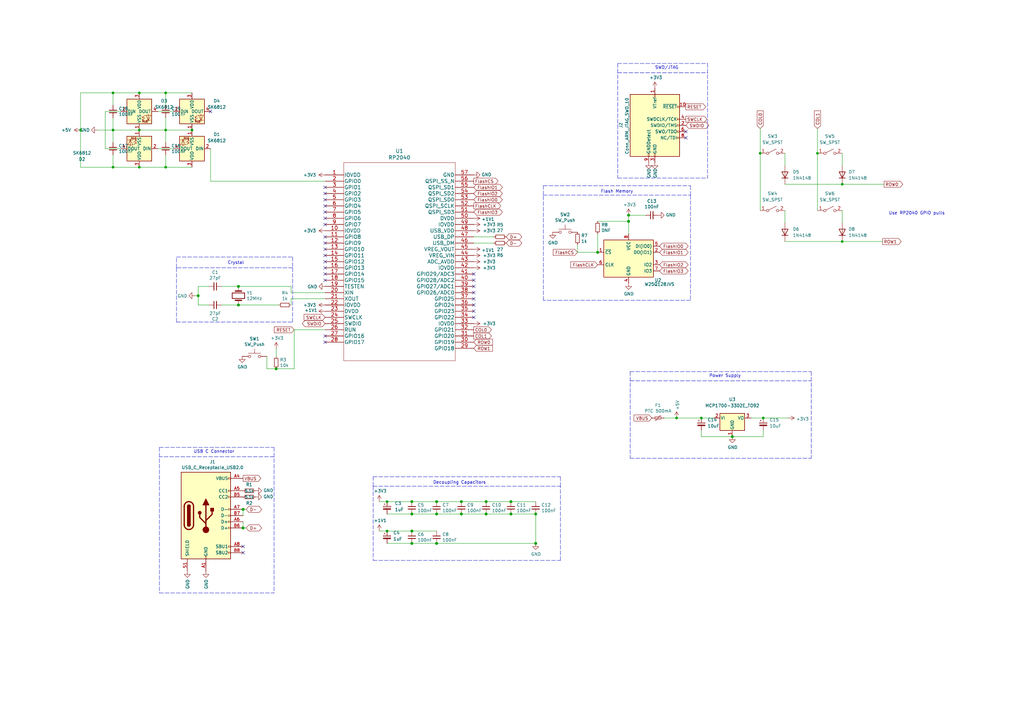
<source format=kicad_sch>
(kicad_sch (version 20211123) (generator eeschema)
  (paper "A3")
  (lib_symbols
    (symbol "Connector:Conn_ARM_JTAG_SWD_10" (pin_names (offset 1.016))
      (property "Reference" "J" (at -2.54 16.51 0))
      (property "Value" "Conn_ARM_JTAG_SWD_10" (at -2.54 13.97 0))
      (symbol "Conn_ARM_JTAG_SWD_10_1_1"
        (pin power_in line (at 0 15.24 270) (length 2.54) (name "VTref") (number "1"))
        (pin open_collector line (at 12.7 7.62 180) (length 2.54) (name "~{RESET}") (number "10"))
        (pin bidirectional line (at 12.7 0 180) (length 2.54) (name "SWDIO/TMS") (number "2"))
        (pin power_in line (at 0 -15.24 90) (length 2.54) (name "GND") (number "3"))
        (pin output line (at 12.7 2.54 180) (length 2.54) (name "SWDCLK/TCK") (number "4"))
        (pin passive line (at 0 -15.24 90) (length 2.54) hide (name "GND") (number "5"))
        (pin input line (at 12.7 -2.54 180) (length 2.54) (name "SWO/TDO") (number "6"))
        (pin no_connect line (at -10.16 0 0) (length 2.54) hide (name "KEY") (number "7"))
        (pin output line (at 12.7 -5.08 180) (length 2.54) (name "NC/TDI") (number "8"))
        (pin passive line (at -2.54 -15.24 90) (length 2.54) (name "GNDDetect") (number "9"))
      )
    )
    (symbol "Device:C_Polarized_Small" (pin_numbers hide) (pin_names (offset 0.254) hide)
      (property "Reference" "C" (at 0.254 1.778 0))
      (property "Value" "C_Polarized_Small" (at 0.254 -2.032 0))
      (symbol "C_Polarized_Small_1_1"
        (pin passive line (at 0 2.54 270) (length 1.8542) (name "~") (number "1"))
        (pin passive line (at 0 -2.54 90) (length 1.8542) (name "~") (number "2"))
      )
    )
    (symbol "Device:C_Small" (pin_numbers hide) (pin_names (offset 0.254) hide)
      (property "Reference" "C" (at 0.254 1.778 0))
      (property "Value" "C_Small" (at 0.254 -2.032 0))
      (symbol "C_Small_1_1"
        (pin passive line (at 0 2.54 270) (length 2.032) (name "~") (number "1"))
        (pin passive line (at 0 -2.54 90) (length 2.032) (name "~") (number "2"))
      )
    )
    (symbol "Device:Crystal" (pin_numbers hide) (pin_names (offset 1.016) hide)
      (property "Reference" "Y" (at 0 3.81 0))
      (property "Value" "Crystal" (at 0 -3.81 0))
      (symbol "Crystal_1_1"
        (pin passive line (at -3.81 0 0) (length 1.27) (name "1") (number "1"))
        (pin passive line (at 3.81 0 180) (length 1.27) (name "2") (number "2"))
      )
    )
    (symbol "Device:D" (pin_numbers hide) (pin_names (offset 1.016) hide)
      (property "Reference" "D" (at 0 2.54 0))
      (property "Value" "D" (at 0 -2.54 0))
      (symbol "D_1_1"
        (pin passive line (at -3.81 0 0) (length 2.54) (name "K") (number "1"))
        (pin passive line (at 3.81 0 180) (length 2.54) (name "A") (number "2"))
      )
    )
    (symbol "Device:Polyfuse_Small" (pin_numbers hide) (pin_names (offset 0))
      (property "Reference" "F" (at -1.905 0 90))
      (property "Value" "Polyfuse_Small" (at 1.905 0 90))
      (symbol "Polyfuse_Small_1_1"
        (pin passive line (at 0 2.54 270) (length 0.635) (name "~") (number "1"))
        (pin passive line (at 0 -2.54 90) (length 0.635) (name "~") (number "2"))
      )
    )
    (symbol "Device:R_Small" (pin_numbers hide) (pin_names (offset 0.254) hide)
      (property "Reference" "R" (at 0.762 0.508 0))
      (property "Value" "R_Small" (at 0.762 -1.016 0))
      (symbol "R_Small_1_1"
        (pin passive line (at 0 2.54 270) (length 0.762) (name "~") (number "1"))
        (pin passive line (at 0 -2.54 90) (length 0.762) (name "~") (number "2"))
      )
    )
    (symbol "LED:SK6812" (pin_names (offset 0.254))
      (property "Reference" "D" (at 5.08 5.715 0))
      (property "Value" "SK6812" (at 1.27 -5.715 0))
      (symbol "SK6812_0_0"
        (text "RGB" (at 2.286 -4.191 0) (effects (font (size 0.762 0.762))))
      )
      (symbol "SK6812_1_1"
        (pin power_in line (at 0 -7.62 90) (length 2.54) (name "VSS") (number "1"))
        (pin input line (at -7.62 0 0) (length 2.54) (name "DIN") (number "2"))
        (pin power_in line (at 0 7.62 270) (length 2.54) (name "VDD") (number "3"))
        (pin output line (at 7.62 0 180) (length 2.54) (name "DOUT") (number "4"))
      )
    )
    (symbol "Memory_Flash:W25Q128JVS"
      (property "Reference" "U" (at -8.89 8.89 0))
      (property "Value" "W25Q128JVS" (at 7.62 8.89 0))
      (symbol "W25Q128JVS_1_1"
        (pin input line (at -12.7 2.54 0) (length 2.54) (name "~{CS}") (number "1"))
        (pin bidirectional line (at 12.7 2.54 180) (length 2.54) (name "DO(IO1)") (number "2"))
        (pin bidirectional line (at 12.7 -2.54 180) (length 2.54) (name "IO2") (number "3"))
        (pin power_in line (at 0 -10.16 90) (length 2.54) (name "GND") (number "4"))
        (pin bidirectional line (at 12.7 5.08 180) (length 2.54) (name "DI(IO0)") (number "5"))
        (pin input line (at -12.7 -2.54 0) (length 2.54) (name "CLK") (number "6"))
        (pin bidirectional line (at 12.7 -5.08 180) (length 2.54) (name "IO3") (number "7"))
        (pin power_in line (at 0 10.16 270) (length 2.54) (name "VCC") (number "8"))
      )
    )
    (symbol "RP2040:RP2040" (pin_names (offset 0.254))
      (property "Reference" "U" (at 30.48 10.16 0))
      (property "Value" "RP2040" (at 30.48 7.62 0))
      (symbol "RP2040_1_1"
        (pin power_in line (at 0 0 0) (length 7.62) (name "IOVDD") (number "1"))
        (pin power_in line (at 0 -22.86 0) (length 7.62) (name "IOVDD") (number "10"))
        (pin bidirectional line (at 0 -25.4 0) (length 7.62) (name "GPIO8") (number "11"))
        (pin bidirectional line (at 0 -27.94 0) (length 7.62) (name "GPIO9") (number "12"))
        (pin bidirectional line (at 0 -30.48 0) (length 7.62) (name "GPIO10") (number "13"))
        (pin bidirectional line (at 0 -33.02 0) (length 7.62) (name "GPIO11") (number "14"))
        (pin bidirectional line (at 0 -35.56 0) (length 7.62) (name "GPIO12") (number "15"))
        (pin bidirectional line (at 0 -38.1 0) (length 7.62) (name "GPIO13") (number "16"))
        (pin bidirectional line (at 0 -40.64 0) (length 7.62) (name "GPIO14") (number "17"))
        (pin bidirectional line (at 0 -43.18 0) (length 7.62) (name "GPIO15") (number "18"))
        (pin unspecified line (at 0 -45.72 0) (length 7.62) (name "TESTEN") (number "19"))
        (pin bidirectional line (at 0 -2.54 0) (length 7.62) (name "GPIO0") (number "2"))
        (pin unspecified line (at 0 -48.26 0) (length 7.62) (name "XIN") (number "20"))
        (pin output line (at 0 -50.8 0) (length 7.62) (name "XOUT") (number "21"))
        (pin power_in line (at 0 -53.34 0) (length 7.62) (name "IOVDD") (number "22"))
        (pin power_in line (at 0 -55.88 0) (length 7.62) (name "DVDD") (number "23"))
        (pin unspecified line (at 0 -58.42 0) (length 7.62) (name "SWCLK") (number "24"))
        (pin unspecified line (at 0 -60.96 0) (length 7.62) (name "SWDIO") (number "25"))
        (pin unspecified line (at 0 -63.5 0) (length 7.62) (name "RUN") (number "26"))
        (pin bidirectional line (at 0 -66.04 0) (length 7.62) (name "GPIO16") (number "27"))
        (pin bidirectional line (at 0 -68.58 0) (length 7.62) (name "GPIO17") (number "28"))
        (pin bidirectional line (at 60.96 -71.12 180) (length 7.62) (name "GPIO18") (number "29"))
        (pin bidirectional line (at 0 -5.08 0) (length 7.62) (name "GPIO1") (number "3"))
        (pin bidirectional line (at 60.96 -68.58 180) (length 7.62) (name "GPIO19") (number "30"))
        (pin bidirectional line (at 60.96 -66.04 180) (length 7.62) (name "GPIO20") (number "31"))
        (pin bidirectional line (at 60.96 -63.5 180) (length 7.62) (name "GPIO21") (number "32"))
        (pin power_in line (at 60.96 -60.96 180) (length 7.62) (name "IOVDD") (number "33"))
        (pin bidirectional line (at 60.96 -58.42 180) (length 7.62) (name "GPIO22") (number "34"))
        (pin bidirectional line (at 60.96 -55.88 180) (length 7.62) (name "GPIO23") (number "35"))
        (pin bidirectional line (at 60.96 -53.34 180) (length 7.62) (name "GPIO24") (number "36"))
        (pin bidirectional line (at 60.96 -50.8 180) (length 7.62) (name "GPIO25") (number "37"))
        (pin bidirectional line (at 60.96 -48.26 180) (length 7.62) (name "GPIO26/ADC0") (number "38"))
        (pin bidirectional line (at 60.96 -45.72 180) (length 7.62) (name "GPIO27/ADC1") (number "39"))
        (pin bidirectional line (at 0 -7.62 0) (length 7.62) (name "GPIO2") (number "4"))
        (pin bidirectional line (at 60.96 -43.18 180) (length 7.62) (name "GPIO28/ADC2") (number "40"))
        (pin bidirectional line (at 60.96 -40.64 180) (length 7.62) (name "GPIO29/ADC3") (number "41"))
        (pin power_in line (at 60.96 -38.1 180) (length 7.62) (name "IOVDD") (number "42"))
        (pin power_in line (at 60.96 -35.56 180) (length 7.62) (name "ADC_AVDD") (number "43"))
        (pin unspecified line (at 60.96 -33.02 180) (length 7.62) (name "VREG_VIN") (number "44"))
        (pin output line (at 60.96 -30.48 180) (length 7.62) (name "VREG_VOUT") (number "45"))
        (pin unspecified line (at 60.96 -27.94 180) (length 7.62) (name "USB_DM") (number "46"))
        (pin unspecified line (at 60.96 -25.4 180) (length 7.62) (name "USB_DP") (number "47"))
        (pin power_in line (at 60.96 -22.86 180) (length 7.62) (name "USB_VDD") (number "48"))
        (pin power_in line (at 60.96 -20.32 180) (length 7.62) (name "IOVDD") (number "49"))
        (pin bidirectional line (at 0 -10.16 0) (length 7.62) (name "GPIO3") (number "5"))
        (pin power_in line (at 60.96 -17.78 180) (length 7.62) (name "DVDD") (number "50"))
        (pin bidirectional line (at 60.96 -15.24 180) (length 7.62) (name "QSPI_SD3") (number "51"))
        (pin unspecified line (at 60.96 -12.7 180) (length 7.62) (name "QSPI_SCLK") (number "52"))
        (pin bidirectional line (at 60.96 -10.16 180) (length 7.62) (name "QSPI_SD0") (number "53"))
        (pin bidirectional line (at 60.96 -7.62 180) (length 7.62) (name "QSPI_SD2") (number "54"))
        (pin bidirectional line (at 60.96 -5.08 180) (length 7.62) (name "QSPI_SD1") (number "55"))
        (pin unspecified line (at 60.96 -2.54 180) (length 7.62) (name "QSPI_SS_N") (number "56"))
        (pin power_in line (at 60.96 0 180) (length 7.62) (name "GND") (number "57"))
        (pin bidirectional line (at 0 -12.7 0) (length 7.62) (name "GPIO4") (number "6"))
        (pin bidirectional line (at 0 -15.24 0) (length 7.62) (name "GPIO5") (number "7"))
        (pin bidirectional line (at 0 -17.78 0) (length 7.62) (name "GPIO6") (number "8"))
        (pin bidirectional line (at 0 -20.32 0) (length 7.62) (name "GPIO7") (number "9"))
      )
    )
    (symbol "Regulator_Linear:MCP1700-3302E_TO92" (pin_names (offset 0.254))
      (property "Reference" "U" (at -3.81 -3.175 0))
      (property "Value" "MCP1700-3302E_TO92" (at 0 -3.175 0))
      (symbol "MCP1700-3302E_TO92_1_1"
        (pin power_in line (at 0 7.62 270) (length 2.54) (name "GND") (number "1"))
        (pin power_in line (at -7.62 0 0) (length 2.54) (name "VI") (number "2"))
        (pin power_out line (at 7.62 0 180) (length 2.54) (name "VO") (number "3"))
      )
    )
    (symbol "Switch:SW_Push" (pin_numbers hide) (pin_names (offset 1.016) hide)
      (property "Reference" "SW" (at 1.27 2.54 0))
      (property "Value" "SW_Push" (at 0 -1.524 0))
      (symbol "SW_Push_0_1"
        (pin passive line (at -5.08 0 0) (length 2.54) (name "1") (number "1"))
        (pin passive line (at 5.08 0 180) (length 2.54) (name "2") (number "2"))
      )
    )
    (symbol "Switch:SW_SPST" (pin_names (offset 0) hide)
      (property "Reference" "SW" (at 0 3.175 0))
      (property "Value" "SW_SPST" (at 0 -2.54 0))
      (symbol "SW_SPST_1_1"
        (pin passive line (at -5.08 0 0) (length 2.54) (name "A") (number "1"))
        (pin passive line (at 5.08 0 180) (length 2.54) (name "B") (number "2"))
      )
    )
    (symbol "Uranium-rescue:USB_C_Receptacle_USB2.0-Connector" (pin_names (offset 1.016))
      (property "Reference" "J" (at -10.16 19.05 0))
      (property "Value" "USB_C_Receptacle_USB2.0-Connector" (at 19.05 19.05 0))
      (symbol "USB_C_Receptacle_USB2.0-Connector_1_1"
        (pin power_in line (at 0 -22.86 90) (length 5.08) (name "GND") (number "A1"))
        (pin passive line (at 0 -22.86 90) (length 5.08) hide (name "GND") (number "A12"))
        (pin power_in line (at 15.24 15.24 180) (length 5.08) (name "VBUS") (number "A4"))
        (pin bidirectional line (at 15.24 10.16 180) (length 5.08) (name "CC1") (number "A5"))
        (pin bidirectional line (at 15.24 -2.54 180) (length 5.08) (name "D+") (number "A6"))
        (pin bidirectional line (at 15.24 2.54 180) (length 5.08) (name "D-") (number "A7"))
        (pin bidirectional line (at 15.24 -12.7 180) (length 5.08) (name "SBU1") (number "A8"))
        (pin passive line (at 15.24 15.24 180) (length 5.08) hide (name "VBUS") (number "A9"))
        (pin passive line (at 0 -22.86 90) (length 5.08) hide (name "GND") (number "B1"))
        (pin passive line (at 0 -22.86 90) (length 5.08) hide (name "GND") (number "B12"))
        (pin passive line (at 15.24 15.24 180) (length 5.08) hide (name "VBUS") (number "B4"))
        (pin bidirectional line (at 15.24 7.62 180) (length 5.08) (name "CC2") (number "B5"))
        (pin bidirectional line (at 15.24 -5.08 180) (length 5.08) (name "D+") (number "B6"))
        (pin bidirectional line (at 15.24 0 180) (length 5.08) (name "D-") (number "B7"))
        (pin bidirectional line (at 15.24 -15.24 180) (length 5.08) (name "SBU2") (number "B8"))
        (pin passive line (at 15.24 15.24 180) (length 5.08) hide (name "VBUS") (number "B9"))
        (pin passive line (at -7.62 -22.86 90) (length 5.08) (name "SHIELD") (number "S1"))
      )
    )
    (symbol "power:+1V1" (power) (pin_names (offset 0))
      (property "Value" "+1V1" (at 0 3.556 0))
      (symbol "+1V1_1_1"
        (pin power_in line (at 0 0 90) (length 0) hide (name "+1V1") (number "1"))
      )
    )
    (symbol "power:+3.3V" (power) (pin_names (offset 0))
      (property "Value" "+3.3V" (at 0 3.556 0))
      (symbol "+3.3V_1_1"
        (pin power_in line (at 0 0 90) (length 0) hide (name "+3V3") (number "1"))
      )
    )
    (symbol "power:+5V" (power) (pin_names (offset 0))
      (property "Value" "+5V" (at 0 3.556 0))
      (symbol "+5V_1_1"
        (pin power_in line (at 0 0 90) (length 0) hide (name "+5V") (number "1"))
      )
    )
    (symbol "power:GND" (power) (pin_names (offset 0))
      (property "Value" "GND" (at 0 -3.81 0))
      (symbol "GND_1_1"
        (pin power_in line (at 0 0 270) (length 0) hide (name "GND") (number "1"))
      )
    )
  )
  (junction (at 67.945 38.1))
  (junction (at 113.284 151.257) (diameter 1.016))
  (junction (at 57.15 53.34))
  (junction (at 97.79 125.095) (diameter 1.016))
  (junction (at 67.945 68.58))
  (junction (at 46.355 53.34))
  (junction (at 67.945 53.34))
  (junction (at 345.44 75.565))
  (junction (at 99.695 216.535) (diameter 1.016))
  (junction (at 168.91 205.74) (diameter 1.016))
  (junction (at 199.39 210.82) (diameter 1.016))
  (junction (at 168.91 222.885) (diameter 1.016))
  (junction (at 311.785 62.865))
  (junction (at 57.15 38.1))
  (junction (at 57.15 68.58))
  (junction (at 219.71 210.82) (diameter 1.016))
  (junction (at 179.07 205.74) (diameter 1.016))
  (junction (at 209.55 210.82) (diameter 1.016))
  (junction (at 168.91 210.82) (diameter 1.016))
  (junction (at 257.81 88.265) (diameter 1.016))
  (junction (at 46.355 38.1))
  (junction (at 168.91 217.805) (diameter 1.016))
  (junction (at 158.75 205.74))
  (junction (at 99.695 208.915) (diameter 1.016))
  (junction (at 335.28 62.865))
  (junction (at 158.75 217.805))
  (junction (at 189.23 210.82) (diameter 1.016))
  (junction (at 179.07 210.82) (diameter 1.016))
  (junction (at 300.355 179.07) (diameter 1.016))
  (junction (at 179.07 222.885) (diameter 1.016))
  (junction (at 345.44 99.06))
  (junction (at 189.23 205.74) (diameter 1.016))
  (junction (at 313.055 171.45))
  (junction (at 245.11 103.505) (diameter 1.016))
  (junction (at 209.55 205.74) (diameter 1.016))
  (junction (at 277.495 171.45))
  (junction (at 46.355 68.58))
  (junction (at 257.81 90.805) (diameter 1.016))
  (junction (at 78.74 53.34))
  (junction (at 219.71 222.885) (diameter 1.016))
  (junction (at 287.655 171.45))
  (junction (at 33.02 53.34))
  (junction (at 199.39 205.74) (diameter 1.016))
  (junction (at 97.79 117.475) (diameter 1.016))
  (junction (at 81.28 121.285) (diameter 1.016))
  (no_connect (at 133.35 99.695))
  (no_connect (at 281.305 53.975))
  (no_connect (at 194.31 120.015))
  (no_connect (at 194.31 122.555))
  (no_connect (at 133.35 76.835))
  (no_connect (at 133.35 81.915))
  (no_connect (at 194.31 117.475))
  (no_connect (at 194.31 114.935))
  (no_connect (at 281.305 56.515))
  (no_connect (at 99.695 224.155))
  (no_connect (at 86.36 45.72))
  (no_connect (at 133.35 107.315))
  (no_connect (at 133.35 102.235))
  (no_connect (at 133.35 97.155))
  (no_connect (at 133.35 92.075))
  (no_connect (at 133.35 84.455))
  (no_connect (at 133.35 86.995))
  (no_connect (at 133.35 89.535))
  (no_connect (at 133.35 109.855))
  (no_connect (at 99.695 226.695))
  (no_connect (at 133.35 104.775))
  (no_connect (at 133.35 114.935))
  (no_connect (at 194.31 112.395))
  (no_connect (at 133.35 140.335))
  (no_connect (at 194.31 130.175))
  (no_connect (at 194.31 127.635))
  (no_connect (at 194.31 125.095))
  (no_connect (at 133.35 137.795))
  (no_connect (at 133.35 79.375))
  (no_connect (at 133.35 112.395))
  (wire (pts (xy 133.35 122.555) (xy 119.38 122.555)))
  (wire (pts (xy 33.02 68.58) (xy 33.02 53.34)))
  (polyline (pts (xy 332.74 152.4) (xy 332.74 187.96)) (stroke (width 0) (type dash)))
  (polyline (pts (xy 65.405 243.205) (xy 112.395 243.205)) (stroke (width 0) (type dash)))
  (wire (pts (xy 321.945 75.565) (xy 345.44 75.565)))
  (wire (pts (xy 43.18 45.72) (xy 49.53 45.72)))
  (wire (pts (xy 307.975 171.45) (xy 313.055 171.45)))
  (wire (pts (xy 90.805 117.475) (xy 97.79 117.475)))
  (wire (pts (xy 99.695 208.915) (xy 99.695 211.455)))
  (wire (pts (xy 287.655 171.45) (xy 292.735 171.45)))
  (wire (pts (xy 158.75 217.805) (xy 168.91 217.805)))
  (wire (pts (xy 219.71 210.82) (xy 219.71 222.885)))
  (wire (pts (xy 57.15 38.1) (xy 67.945 38.1)))
  (wire (pts (xy 57.15 53.34) (xy 67.945 53.34)))
  (wire (pts (xy 40.005 53.34) (xy 46.355 53.34)))
  (wire (pts (xy 179.07 210.82) (xy 189.23 210.82)))
  (wire (pts (xy 99.695 216.535) (xy 100.965 216.535)))
  (polyline (pts (xy 153.035 229.87) (xy 229.87 229.87)) (stroke (width 0) (type dash)))
  (wire (pts (xy 46.355 38.1) (xy 46.355 43.18)))
  (wire (pts (xy 46.355 68.58) (xy 57.15 68.58)))
  (wire (pts (xy 33.02 53.34) (xy 33.02 38.1)))
  (wire (pts (xy 277.495 171.45) (xy 287.655 171.45)))
  (wire (pts (xy 189.23 205.74) (xy 199.39 205.74)))
  (wire (pts (xy 287.655 176.53) (xy 287.655 179.07)))
  (wire (pts (xy 86.36 60.96) (xy 86.36 74.295)))
  (wire (pts (xy 113.284 143.002) (xy 113.284 146.177)))
  (polyline (pts (xy 258.445 187.96) (xy 332.74 187.96)) (stroke (width 0) (type dash)))
  (polyline (pts (xy 72.39 105.41) (xy 120.015 105.41)) (stroke (width 0) (type dash)))
  (polyline (pts (xy 72.39 132.08) (xy 120.015 132.08)) (stroke (width 0) (type dash)))
  (wire (pts (xy 194.31 99.695) (xy 202.565 99.695)))
  (wire (pts (xy 80.01 121.285) (xy 81.28 121.285)))
  (polyline (pts (xy 283.21 76.2) (xy 283.21 80.01)) (stroke (width 0) (type dash)))
  (wire (pts (xy 97.79 117.475) (xy 119.38 117.475)))
  (wire (pts (xy 64.77 45.72) (xy 71.12 45.72)))
  (polyline (pts (xy 72.39 109.855) (xy 72.39 105.41)) (stroke (width 0) (type dash)))
  (polyline (pts (xy 290.195 26.035) (xy 290.195 73.025)) (stroke (width 0) (type dash)))
  (wire (pts (xy 133.35 135.255) (xy 120.65 135.255)))
  (wire (pts (xy 64.77 60.96) (xy 71.12 60.96)))
  (wire (pts (xy 120.65 135.255) (xy 120.65 151.257)))
  (wire (pts (xy 313.055 171.45) (xy 323.215 171.45)))
  (wire (pts (xy 78.74 53.34) (xy 67.945 53.34)))
  (polyline (pts (xy 283.21 123.19) (xy 222.885 123.19)) (stroke (width 0) (type dash)))
  (polyline (pts (xy 153.035 199.39) (xy 153.035 229.87)) (stroke (width 0) (type dash)))
  (wire (pts (xy 158.75 205.74) (xy 168.91 205.74)))
  (wire (pts (xy 90.805 125.095) (xy 97.79 125.095)))
  (wire (pts (xy 43.18 60.96) (xy 49.53 60.96)))
  (wire (pts (xy 109.474 146.177) (xy 109.474 151.257)))
  (wire (pts (xy 99.695 213.995) (xy 99.695 216.535)))
  (wire (pts (xy 119.38 122.555) (xy 119.38 125.095)))
  (wire (pts (xy 109.474 151.257) (xy 113.284 151.257)))
  (wire (pts (xy 257.81 90.805) (xy 257.81 95.885)))
  (wire (pts (xy 209.55 205.74) (xy 219.71 205.74)))
  (polyline (pts (xy 258.445 156.21) (xy 332.74 156.21)) (stroke (width 0) (type dash)))
  (wire (pts (xy 168.91 210.82) (xy 179.07 210.82)))
  (wire (pts (xy 345.44 99.06) (xy 361.95 99.06)))
  (wire (pts (xy 199.39 205.74) (xy 209.55 205.74)))
  (polyline (pts (xy 120.015 109.855) (xy 72.39 109.855)) (stroke (width 0) (type dash)))
  (wire (pts (xy 33.02 38.1) (xy 46.355 38.1)))
  (wire (pts (xy 189.23 210.82) (xy 199.39 210.82)))
  (polyline (pts (xy 120.015 132.08) (xy 120.015 109.855)) (stroke (width 0) (type dash)))
  (wire (pts (xy 209.55 210.82) (xy 219.71 210.82)))
  (wire (pts (xy 120.65 151.257) (xy 113.284 151.257)))
  (wire (pts (xy 67.945 48.26) (xy 67.945 53.34)))
  (wire (pts (xy 119.38 120.015) (xy 119.38 117.475)))
  (polyline (pts (xy 253.365 29.845) (xy 290.195 29.845)) (stroke (width 0) (type dash)))
  (wire (pts (xy 46.355 48.26) (xy 46.355 53.34)))
  (wire (pts (xy 168.91 205.74) (xy 179.07 205.74)))
  (wire (pts (xy 81.28 121.285) (xy 81.28 125.095)))
  (polyline (pts (xy 229.87 229.87) (xy 229.87 199.39)) (stroke (width 0) (type dash)))
  (wire (pts (xy 168.91 222.885) (xy 158.75 222.885)))
  (polyline (pts (xy 112.395 183.515) (xy 112.395 243.205)) (stroke (width 0) (type dash)))
  (polyline (pts (xy 229.87 195.58) (xy 229.87 199.39)) (stroke (width 0) (type dash)))
  (polyline (pts (xy 112.395 187.325) (xy 65.405 187.325)) (stroke (width 0) (type dash)))
  (wire (pts (xy 245.11 90.805) (xy 257.81 90.805)))
  (wire (pts (xy 345.44 75.565) (xy 362.585 75.565)))
  (wire (pts (xy 97.79 125.095) (xy 114.3 125.095)))
  (wire (pts (xy 236.855 100.33) (xy 236.855 103.505)))
  (wire (pts (xy 287.655 179.07) (xy 300.355 179.07)))
  (wire (pts (xy 46.355 38.1) (xy 57.15 38.1)))
  (wire (pts (xy 57.15 68.58) (xy 67.945 68.58)))
  (wire (pts (xy 67.945 63.5) (xy 67.945 68.58)))
  (wire (pts (xy 155.575 217.805) (xy 158.75 217.805)))
  (polyline (pts (xy 283.21 80.01) (xy 283.21 123.19)) (stroke (width 0) (type dash)))
  (wire (pts (xy 257.81 88.265) (xy 257.81 90.805)))
  (wire (pts (xy 33.02 68.58) (xy 46.355 68.58)))
  (wire (pts (xy 257.81 88.265) (xy 264.795 88.265)))
  (polyline (pts (xy 258.445 152.4) (xy 258.445 187.96)) (stroke (width 0) (type dash)))
  (wire (pts (xy 321.945 99.06) (xy 345.44 99.06)))
  (wire (pts (xy 67.945 68.58) (xy 78.74 68.58)))
  (wire (pts (xy 272.415 171.45) (xy 277.495 171.45)))
  (wire (pts (xy 313.055 179.07) (xy 313.055 176.53)))
  (wire (pts (xy 168.91 217.805) (xy 179.07 217.805)))
  (wire (pts (xy 86.36 74.295) (xy 133.35 74.295)))
  (wire (pts (xy 85.725 117.475) (xy 81.28 117.475)))
  (wire (pts (xy 311.785 52.705) (xy 311.785 62.865)))
  (polyline (pts (xy 253.365 26.035) (xy 290.195 26.035)) (stroke (width 0) (type dash)))
  (polyline (pts (xy 253.365 73.025) (xy 290.195 73.025)) (stroke (width 0) (type dash)))
  (wire (pts (xy 199.39 210.82) (xy 209.55 210.82)))
  (wire (pts (xy 321.945 86.36) (xy 321.945 91.44)))
  (wire (pts (xy 67.945 53.34) (xy 67.945 58.42)))
  (wire (pts (xy 67.945 38.1) (xy 78.74 38.1)))
  (wire (pts (xy 155.575 205.74) (xy 158.75 205.74)))
  (wire (pts (xy 335.28 62.865) (xy 335.28 86.36)))
  (polyline (pts (xy 153.035 199.39) (xy 153.035 195.58)) (stroke (width 0) (type dash)))
  (wire (pts (xy 219.71 222.885) (xy 179.07 222.885)))
  (wire (pts (xy 345.44 86.36) (xy 345.44 91.44)))
  (wire (pts (xy 133.35 120.015) (xy 119.38 120.015)))
  (polyline (pts (xy 153.035 195.58) (xy 229.87 195.58)) (stroke (width 0) (type dash)))
  (polyline (pts (xy 222.885 80.01) (xy 283.21 80.01)) (stroke (width 0) (type dash)))
  (polyline (pts (xy 72.39 109.855) (xy 72.39 132.08)) (stroke (width 0) (type dash)))
  (wire (pts (xy 46.355 63.5) (xy 46.355 68.58)))
  (wire (pts (xy 100.965 208.915) (xy 99.695 208.915)))
  (polyline (pts (xy 222.885 80.01) (xy 222.885 76.2)) (stroke (width 0) (type dash)))
  (wire (pts (xy 245.11 95.885) (xy 245.11 103.505)))
  (wire (pts (xy 311.785 62.865) (xy 311.785 86.36)))
  (wire (pts (xy 300.355 179.07) (xy 313.055 179.07)))
  (wire (pts (xy 345.44 62.865) (xy 345.44 67.945)))
  (polyline (pts (xy 258.445 152.4) (xy 332.74 152.4)) (stroke (width 0) (type dash)))
  (wire (pts (xy 321.945 62.865) (xy 321.945 67.945)))
  (polyline (pts (xy 120.015 105.41) (xy 120.015 109.855)) (stroke (width 0) (type dash)))
  (wire (pts (xy 81.28 117.475) (xy 81.28 121.285)))
  (wire (pts (xy 335.28 52.705) (xy 335.28 62.865)))
  (polyline (pts (xy 65.405 183.515) (xy 112.395 183.515)) (stroke (width 0) (type dash)))
  (wire (pts (xy 43.18 45.72) (xy 43.18 60.96)))
  (wire (pts (xy 46.355 53.34) (xy 46.355 58.42)))
  (polyline (pts (xy 253.365 26.035) (xy 253.365 73.025)) (stroke (width 0) (type dash)))
  (polyline (pts (xy 153.035 199.39) (xy 229.87 199.39)) (stroke (width 0) (type dash)))
  (wire (pts (xy 179.07 222.885) (xy 168.91 222.885)))
  (polyline (pts (xy 222.885 123.19) (xy 222.885 80.01)) (stroke (width 0) (type dash)))
  (wire (pts (xy 194.31 97.155) (xy 202.565 97.155)))
  (wire (pts (xy 158.75 210.82) (xy 168.91 210.82)))
  (wire (pts (xy 81.28 125.095) (xy 85.725 125.095)))
  (polyline (pts (xy 222.885 76.2) (xy 283.21 76.2)) (stroke (width 0) (type dash)))
  (polyline (pts (xy 65.405 183.515) (xy 65.405 243.205)) (stroke (width 0) (type dash)))
  (wire (pts (xy 179.07 205.74) (xy 189.23 205.74)))
  (wire (pts (xy 67.945 38.1) (xy 67.945 43.18)))
  (wire (pts (xy 236.855 103.505) (xy 245.11 103.505)))
  (wire (pts (xy 46.355 53.34) (xy 57.15 53.34)))
  (text "Crystal" (at 93.345 108.585 0) (effects (font (size 1.27 1.27)) (justify left bottom)))
  (text "SWD/JTAG\n" (at 268.605 28.575 0) (effects (font (size 1.27 1.27)) (justify left bottom)))
  (text "USB C Connector" (at 79.375 186.055 0) (effects (font (size 1.27 1.27)) (justify left bottom)))
  (text "Use RP2040 GPIO pulls\n" (at 364.49 88.265 0) (effects (font (size 1.27 1.27)) (justify left bottom)))
  (text "Flash Memory\n" (at 259.715 79.375 180) (effects (font (size 1.27 1.27)) (justify right bottom)))
  (text "Decoupling Capacitors" (at 177.5968 198.7296 0) (effects (font (size 1.27 1.27)) (justify left bottom)))
  (text "Power Supply" (at 290.83 154.94 0) (effects (font (size 1.27 1.27)) (justify left bottom)))
  (global_label "FlashCS" (shape output) (at 194.31 74.295 0) (property "Intersheet References" "${INTERSHEET_REFS}" (effects hide)))
  (global_label "SWDIO" (shape bidirectional) (at 281.305 51.435 0) (property "Intersheet References" "${INTERSHEET_REFS}" (effects hide)))
  (global_label "D-" (shape bidirectional) (at 100.965 208.915 0) (property "Intersheet References" "${INTERSHEET_REFS}" (effects hide)))
  (global_label "RESET" (shape output) (at 281.305 43.815 0) (property "Intersheet References" "${INTERSHEET_REFS}" (effects hide)))
  (global_label "FlashCLK" (shape output) (at 194.31 84.455 0) (property "Intersheet References" "${INTERSHEET_REFS}" (effects hide)))
  (global_label "COL1" (shape output) (at 194.31 137.795 0) (property "Intersheet References" "${INTERSHEET_REFS}" (effects hide)))
  (global_label "ROW1" (shape input) (at 194.31 142.875 0) (property "Intersheet References" "${INTERSHEET_REFS}" (effects hide)))
  (global_label "COL0" (shape output) (at 194.31 135.255 0) (property "Intersheet References" "${INTERSHEET_REFS}" (effects hide)))
  (global_label "SWDIO" (shape bidirectional) (at 133.35 132.715 180) (property "Intersheet References" "${INTERSHEET_REFS}" (effects hide)))
  (global_label "VBUS" (shape input) (at 267.335 171.45 180) (property "Intersheet References" "${INTERSHEET_REFS}" (effects hide)))
  (global_label "D+" (shape bidirectional) (at 207.645 97.155 0) (property "Intersheet References" "${INTERSHEET_REFS}" (effects hide)))
  (global_label "FlashIO1" (shape bidirectional) (at 270.51 103.505 0) (property "Intersheet References" "${INTERSHEET_REFS}" (effects hide)))
  (global_label "FlashCLK" (shape input) (at 245.11 108.585 180) (property "Intersheet References" "${INTERSHEET_REFS}" (effects hide)))
  (global_label "VBUS" (shape output) (at 99.695 196.215 0) (property "Intersheet References" "${INTERSHEET_REFS}" (effects hide)))
  (global_label "FlashIO3" (shape bidirectional) (at 270.51 111.125 0) (property "Intersheet References" "${INTERSHEET_REFS}" (effects hide)))
  (global_label "FlashCS" (shape input) (at 236.855 103.505 180) (property "Intersheet References" "${INTERSHEET_REFS}" (effects hide)))
  (global_label "ROW0" (shape output) (at 362.585 75.565 0) (property "Intersheet References" "${INTERSHEET_REFS}" (effects hide)))
  (global_label "RESET" (shape input) (at 120.65 135.255 180) (property "Intersheet References" "${INTERSHEET_REFS}" (effects hide)))
  (global_label "FlashIO0" (shape bidirectional) (at 270.51 100.965 0) (property "Intersheet References" "${INTERSHEET_REFS}" (effects hide)))
  (global_label "FlashIO2" (shape bidirectional) (at 270.51 108.585 0) (property "Intersheet References" "${INTERSHEET_REFS}" (effects hide)))
  (global_label "D-" (shape bidirectional) (at 207.645 99.695 0) (property "Intersheet References" "${INTERSHEET_REFS}" (effects hide)))
  (global_label "FlashIO2" (shape bidirectional) (at 194.31 79.375 0) (property "Intersheet References" "${INTERSHEET_REFS}" (effects hide)))
  (global_label "FlashIO1" (shape bidirectional) (at 194.31 76.835 0) (property "Intersheet References" "${INTERSHEET_REFS}" (effects hide)))
  (global_label "ROW1" (shape output) (at 361.95 99.06 0) (property "Intersheet References" "${INTERSHEET_REFS}" (effects hide)))
  (global_label "COL1" (shape input) (at 335.28 52.705 90) (property "Intersheet References" "${INTERSHEET_REFS}" (effects hide)))
  (global_label "COL0" (shape input) (at 311.785 52.705 90) (property "Intersheet References" "${INTERSHEET_REFS}" (effects hide)))
  (global_label "ROW0" (shape input) (at 194.31 140.335 0) (property "Intersheet References" "${INTERSHEET_REFS}" (effects hide)))
  (global_label "SWCLK" (shape output) (at 281.305 48.895 0) (property "Intersheet References" "${INTERSHEET_REFS}" (effects hide)))
  (global_label "FlashIO0" (shape bidirectional) (at 194.31 81.915 0) (property "Intersheet References" "${INTERSHEET_REFS}" (effects hide)))
  (global_label "D+" (shape bidirectional) (at 100.965 216.535 0) (property "Intersheet References" "${INTERSHEET_REFS}" (effects hide)))
  (global_label "SWCLK" (shape input) (at 133.35 130.175 180) (property "Intersheet References" "${INTERSHEET_REFS}" (effects hide)))
  (global_label "FlashIO3" (shape bidirectional) (at 194.31 86.995 0) (property "Intersheet References" "${INTERSHEET_REFS}" (effects hide)))
  (symbol (lib_id "Device:C_Small") (at 219.71 208.28 0) (unit 1)
    (property "Reference" "C12" (at 222.0342 207.1306 0) (effects (justify left)))
    (property "Value" "100nF" (at 222.034 209.429 0) (effects (justify left)))
    (property "Footprint" "Capacitor_SMD:C_0603_1608Metric_Pad1.08x0.95mm_HandSolder" (effects hide))
  )
  (symbol (lib_id "Switch:SW_SPST") (at 316.865 86.36 0) (unit 1)
    (property "Reference" "SW4" (at 316.865 79.375 0))
    (property "Value" "SW_SPST" (at 316.865 81.915 0))
    (property "Footprint" "Switch_Keyboard_Cherry_MX:SW_Cherry_MX_PCB_1.00u" (effects hide))
  )
  (symbol (lib_id "power:GND") (at 133.35 117.475 270) (unit 1)
    (property "Reference" "#PWR0106" (effects hide))
    (property "Value" "GND" (at 130.1749 117.5893 90) (effects (justify right)))
  )
  (symbol (lib_id "power:GND") (at 99.314 146.177 0) (unit 1)
    (property "Reference" "#PWR0101" (effects hide))
    (property "Value" "GND" (at 99.4283 150.5014 0))
  )
  (symbol (lib_id "Device:R_Small") (at 116.84 125.095 90) (unit 1)
    (property "Reference" "R4" (at 116.84 120.1482 90))
    (property "Value" "1k" (at 116.84 122.447 90))
    (property "Footprint" "Resistor_THT:R_Axial_DIN0204_L3.6mm_D1.6mm_P5.08mm_Horizontal" (effects hide))
  )
  (symbol (lib_id "power:GND") (at 80.01 121.285 270) (unit 1)
    (property "Reference" "#PWR0107" (effects hide))
    (property "Value" "GND" (at 76.835 121.3993 90) (effects (justify right)))
  )
  (symbol (lib_id "LED:SK6812") (at 57.15 60.96 180) (unit 1)
    (property "Reference" "D2" (at 33.655 65.2907 0))
    (property "Value" "SK6812" (at 33.655 62.7507 0))
    (property "Footprint" "Keebio:SK6812-MINI-E-mx" (effects hide))
    (property "Datasheet" "https://cdn-shop.adafruit.com/product-files/1138/SK6812+LED+datasheet+.pdf" (effects hide))
  )
  (symbol (lib_id "power:GND") (at 84.455 234.315 0) (unit 1)
    (property "Reference" "#PWR0113" (effects hide))
    (property "Value" "GND" (at 84.582 237.5662 90) (effects (justify right)))
  )
  (symbol (lib_id "power:+1V1") (at 133.35 127.635 90) (unit 1)
    (property "Reference" "#PWR0110" (effects hide))
    (property "Value" "+1V1" (at 130.1749 127.2667 90) (effects (justify left)))
  )
  (symbol (lib_id "power:GND") (at 76.835 234.315 0) (unit 1)
    (property "Reference" "#PWR0114" (effects hide))
    (property "Value" "GND" (at 76.962 237.5662 90) (effects (justify right)))
  )
  (symbol (lib_id "Device:C_Small") (at 179.07 220.345 0) (unit 1)
    (property "Reference" "C8" (at 181.3942 219.1956 0) (effects (justify left)))
    (property "Value" "100nF" (at 181.394 221.494 0) (effects (justify left)))
    (property "Footprint" "Capacitor_SMD:C_0603_1608Metric_Pad1.08x0.95mm_HandSolder" (effects hide))
  )
  (symbol (lib_id "power:GND") (at 257.81 116.205 0) (unit 1)
    (property "Reference" "#PWR0134" (effects hide))
    (property "Value" "GND" (at 257.9243 120.5294 0))
  )
  (symbol (lib_id "Device:C_Small") (at 179.07 208.28 0) (unit 1)
    (property "Reference" "C7" (at 181.3942 207.1306 0) (effects (justify left)))
    (property "Value" "100nF" (at 181.394 209.429 0) (effects (justify left)))
    (property "Footprint" "Capacitor_SMD:C_0603_1608Metric_Pad1.08x0.95mm_HandSolder" (effects hide))
  )
  (symbol (lib_id "power:GND") (at 104.775 201.295 90) (unit 1)
    (property "Reference" "#PWR0112" (effects hide))
    (property "Value" "GND" (at 108.0262 201.168 90) (effects (justify right)))
  )
  (symbol (lib_id "power:+3.3V") (at 133.35 94.615 90) (unit 1)
    (property "Reference" "#PWR0104" (effects hide))
    (property "Value" "+3.3V" (at 127 94.615 90))
  )
  (symbol (lib_id "power:+3.3V") (at 133.35 125.095 90) (unit 1)
    (property "Reference" "#PWR0105" (effects hide))
    (property "Value" "+3.3V" (at 127 125.095 90))
  )
  (symbol (lib_id "power:+5V") (at 277.495 171.45 0) (unit 1)
    (property "Reference" "#PWR0136" (effects hide))
    (property "Value" "+5V" (at 277.876 168.1988 90) (effects (justify left)))
  )
  (symbol (lib_id "power:+3.3V") (at 155.575 205.74 0) (unit 1)
    (property "Reference" "#PWR0109" (effects hide))
    (property "Value" "+3.3V" (at 155.956 201.3458 0))
  )
  (symbol (lib_id "Device:C_Polarized_Small") (at 287.655 173.99 0) (unit 1)
    (property "Reference" "C14" (at 290.195 172.1738 0) (effects (justify left)))
    (property "Value" "10uF" (at 290.195 174.7138 0) (effects (justify left)))
    (property "Footprint" "Capacitor_THT:CP_Radial_D5.0mm_P2.00mm" (effects hide))
  )
  (symbol (lib_id "LED:SK6812") (at 78.74 60.96 180) (unit 1)
    (property "Reference" "D1" (at 88.9 55.1305 0))
    (property "Value" "SK6812" (at 88.9 57.6705 0))
    (property "Footprint" "Keebio:SK6812-MINI-E-mx" (effects hide))
    (property "Datasheet" "https://cdn-shop.adafruit.com/product-files/1138/SK6812+LED+datasheet+.pdf" (effects hide))
  )
  (symbol (lib_id "Device:C_Small") (at 168.91 208.28 0) (unit 1)
    (property "Reference" "C5" (at 171.2342 207.1306 0) (effects (justify left)))
    (property "Value" "100nF" (at 171.234 209.429 0) (effects (justify left)))
    (property "Footprint" "Capacitor_SMD:C_0603_1608Metric_Pad1.08x0.95mm_HandSolder" (effects hide))
  )
  (symbol (lib_id "Device:C_Small") (at 168.91 220.345 0) (unit 1)
    (property "Reference" "C6" (at 171.2342 219.1956 0) (effects (justify left)))
    (property "Value" "100nF" (at 171.234 221.494 0) (effects (justify left)))
    (property "Footprint" "Capacitor_SMD:C_0603_1608Metric_Pad1.08x0.95mm_HandSolder" (effects hide))
  )
  (symbol (lib_id "Device:C_Small") (at 46.355 60.96 0) (unit 1)
    (property "Reference" "C17" (at 48.6792 59.8106 0) (effects (justify left)))
    (property "Value" "100nF" (at 48.679 62.109 0) (effects (justify left)))
    (property "Footprint" "Capacitor_SMD:C_0603_1608Metric_Pad1.08x0.95mm_HandSolder" (effects hide))
  )
  (symbol (lib_id "Regulator_Linear:MCP1700-3302E_TO92") (at 300.355 171.45 0) (mirror x) (unit 1)
    (property "Reference" "U3" (at 300.355 163.83 0))
    (property "Value" "MCP1700-3302E_TO92" (at 300.355 166.37 0))
    (property "Footprint" "Package_TO_SOT_THT:TO-92_Inline" (effects hide))
    (property "Datasheet" "http://ww1.microchip.com/downloads/en/DeviceDoc/20001826D.pdf" (effects hide))
  )
  (symbol (lib_id "Device:Crystal") (at 97.79 121.285 90) (unit 1)
    (property "Reference" "Y1" (at 101.1175 120.1356 90) (effects (justify right)))
    (property "Value" "12MHz" (at 101.118 122.434 90) (effects (justify right)))
    (property "Footprint" "Crystal:Crystal_HC49-4H_Vertical" (effects hide))
  )
  (symbol (lib_id "power:+3.3V") (at 257.81 88.265 0) (unit 1)
    (property "Reference" "#PWR0133" (effects hide))
    (property "Value" "+3.3V" (at 258.1783 83.9406 0))
  )
  (symbol (lib_id "Device:R_Small") (at 113.284 148.717 180) (unit 1)
    (property "Reference" "R3" (at 114.7827 147.5676 0) (effects (justify right)))
    (property "Value" "10k" (at 114.783 149.866 0) (effects (justify right)))
    (property "Footprint" "Resistor_THT:R_Axial_DIN0204_L3.6mm_D1.6mm_P5.08mm_Horizontal" (effects hide))
  )
  (symbol (lib_id "Device:R_Small") (at 205.105 97.155 90) (unit 1)
    (property "Reference" "R5" (at 205.105 92.2082 90))
    (property "Value" "27" (at 205.105 94.507 90))
    (property "Footprint" "Resistor_SMD:R_0402_1005Metric_Pad0.72x0.64mm_HandSolder" (effects hide))
  )
  (symbol (lib_id "power:GND") (at 268.605 66.675 0) (unit 1)
    (property "Reference" "#PWR0132" (effects hide))
    (property "Value" "GND" (at 268.732 71.0692 90))
  )
  (symbol (lib_id "Device:C_Small") (at 189.23 208.28 0) (unit 1)
    (property "Reference" "C9" (at 191.5542 207.1306 0) (effects (justify left)))
    (property "Value" "100nF" (at 191.554 209.429 0) (effects (justify left)))
    (property "Footprint" "Capacitor_SMD:C_0603_1608Metric_Pad1.08x0.95mm_HandSolder" (effects hide))
  )
  (symbol (lib_id "Device:D") (at 345.44 71.755 90) (unit 1)
    (property "Reference" "D7" (at 347.98 70.4849 90) (effects (justify right)))
    (property "Value" "1N4148" (at 347.98 73.0249 90) (effects (justify right)))
    (property "Footprint" "Diode_THT:D_DO-35_SOD27_P7.62mm_Horizontal" (effects hide))
  )
  (symbol (lib_id "Device:C_Polarized_Small") (at 158.75 220.345 0) (unit 1)
    (property "Reference" "C4" (at 161.29 218.5288 0) (effects (justify left)))
    (property "Value" "1uF" (at 161.29 221.0688 0) (effects (justify left)))
    (property "Footprint" "Capacitor_SMD:C_0402_1005Metric_Pad0.74x0.62mm_HandSolder" (effects hide))
  )
  (symbol (lib_id "Device:R_Small") (at 245.11 93.345 0) (unit 1)
    (property "Reference" "R8" (at 246.6087 92.1956 0) (effects (justify left)))
    (property "Value" "DNF" (at 246.609 94.494 0) (effects (justify left)))
    (property "Footprint" "Resistor_SMD:R_0603_1608Metric_Pad0.98x0.95mm_HandSolder" (effects hide))
  )
  (symbol (lib_id "power:GND") (at 269.875 88.265 90) (unit 1)
    (property "Reference" "#PWR0129" (effects hide))
    (property "Value" "GND" (at 273.0501 88.1507 90) (effects (justify right)))
  )
  (symbol (lib_id "RP2040:RP2040") (at 133.35 71.755 0) (unit 1)
    (property "Reference" "U1" (at 163.83 61.915 0) (effects (font (size 1.524 1.524))))
    (property "Value" "RP2040" (at 163.83 64.6226 0) (effects (font (size 1.524 1.524))))
    (property "Footprint" "MCU_RaspberryPi_and_Boards:RP2040-QFN-56" (effects hide))
  )
  (symbol (lib_id "power:GND") (at 300.355 179.07 0) (unit 1)
    (property "Reference" "#PWR0137" (effects hide))
    (property "Value" "GND" (at 300.482 183.4642 0))
  )
  (symbol (lib_id "Device:R_Small") (at 205.105 99.695 270) (unit 1)
    (property "Reference" "R6" (at 205.105 104.6418 90))
    (property "Value" "27" (at 205.105 102.343 90))
    (property "Footprint" "Resistor_SMD:R_0402_1005Metric_Pad0.72x0.64mm_HandSolder" (effects hide))
  )
  (symbol (lib_id "power:+3.3V") (at 133.35 71.755 90) (unit 1)
    (property "Reference" "#PWR0103" (effects hide))
    (property "Value" "+3.3V" (at 127 71.755 90))
  )
  (symbol (lib_id "power:+3.3V") (at 194.31 104.775 270) (unit 1)
    (property "Reference" "#PWR0119" (effects hide))
    (property "Value" "+3.3V" (at 200.66 104.775 90))
  )
  (symbol (lib_id "Switch:SW_Push") (at 104.394 146.177 0) (unit 1)
    (property "Reference" "SW1" (at 104.394 138.938 0))
    (property "Value" "SW_Push" (at 104.394 141.2494 0))
    (property "Footprint" "Button_Switch_THT:SW_PUSH_6mm_H5mm" (effects hide))
  )
  (symbol (lib_id "power:+3.3V") (at 194.31 109.855 270) (unit 1)
    (property "Reference" "#PWR0125" (effects hide))
    (property "Value" "+3.3V" (at 200.66 109.855 90))
  )
  (symbol (lib_id "Device:D") (at 345.44 95.25 90) (unit 1)
    (property "Reference" "D8" (at 347.98 93.9799 90) (effects (justify right)))
    (property "Value" "1N4148" (at 347.98 96.5199 90) (effects (justify right)))
    (property "Footprint" "Diode_THT:D_DO-35_SOD27_P7.62mm_Horizontal" (effects hide))
  )
  (symbol (lib_id "Device:C_Small") (at 199.39 208.28 0) (unit 1)
    (property "Reference" "C10" (at 201.7142 207.1306 0) (effects (justify left)))
    (property "Value" "100nF" (at 201.714 209.429 0) (effects (justify left)))
    (property "Footprint" "Capacitor_SMD:C_0603_1608Metric_Pad1.08x0.95mm_HandSolder" (effects hide))
  )
  (symbol (lib_id "Switch:SW_SPST") (at 340.36 62.865 0) (unit 1)
    (property "Reference" "SW5" (at 340.36 55.88 0))
    (property "Value" "SW_SPST" (at 340.36 58.42 0))
    (property "Footprint" "Switch_Keyboard_Cherry_MX:SW_Cherry_MX_PCB_1.00u" (effects hide))
  )
  (symbol (lib_id "Device:R_Small") (at 102.235 203.835 270) (unit 1)
    (property "Reference" "R2" (at 102.235 206.375 90))
    (property "Value" "5.1k" (at 102.235 203.835 90) (effects (font (size 1.0922 1.0922))))
    (property "Footprint" "Resistor_THT:R_Axial_DIN0204_L3.6mm_D1.6mm_P5.08mm_Horizontal" (effects hide))
  )
  (symbol (lib_id "power:+3.3V") (at 323.215 171.45 270) (unit 1)
    (property "Reference" "#PWR0138" (effects hide))
    (property "Value" "+3.3V" (at 326.4662 171.831 90) (effects (justify left)))
  )
  (symbol (lib_id "Device:Polyfuse_Small") (at 269.875 171.45 270) (unit 1)
    (property "Reference" "F1" (at 269.875 166.243 90))
    (property "Value" "PTC 500mA" (at 269.875 168.5544 90))
    (property "Footprint" "Fuse:Fuse_1206_3216Metric_Pad1.42x1.75mm_HandSolder" (effects hide))
  )
  (symbol (lib_id "power:GND") (at 40.005 53.34 270) (unit 1)
    (property "Reference" "#PWR0115" (effects hide))
    (property "Value" "GND" (at 36.83 53.3399 90) (effects (justify right)))
  )
  (symbol (lib_id "LED:SK6812") (at 57.15 45.72 0) (unit 1)
    (property "Reference" "D3" (at 67.31 41.3893 0))
    (property "Value" "SK6812" (at 67.31 43.9293 0))
    (property "Footprint" "Keebio:SK6812-MINI-E-mx" (effects hide))
    (property "Datasheet" "https://cdn-shop.adafruit.com/product-files/1138/SK6812+LED+datasheet+.pdf" (effects hide))
  )
  (symbol (lib_id "power:+1V1") (at 194.31 89.535 270) (unit 1)
    (property "Reference" "#PWR0123" (effects hide))
    (property "Value" "+1V1" (at 197.4851 89.9033 90) (effects (justify left)))
  )
  (symbol (lib_id "Device:C_Small") (at 46.355 45.72 0) (unit 1)
    (property "Reference" "C18" (at 48.6792 44.5706 0) (effects (justify left)))
    (property "Value" "100nF" (at 48.679 46.869 0) (effects (justify left)))
    (property "Footprint" "Capacitor_SMD:C_0603_1608Metric_Pad1.08x0.95mm_HandSolder" (effects hide))
  )
  (symbol (lib_id "Device:R_Small") (at 102.235 201.295 270) (unit 1)
    (property "Reference" "R1" (at 102.235 198.755 90))
    (property "Value" "5.1k" (at 102.235 201.295 90) (effects (font (size 1.0922 1.0922))))
    (property "Footprint" "Resistor_THT:R_Axial_DIN0204_L3.6mm_D1.6mm_P5.08mm_Horizontal" (effects hide))
  )
  (symbol (lib_id "Device:R_Small") (at 236.855 97.79 180) (unit 1)
    (property "Reference" "R7" (at 238.3537 96.6406 0) (effects (justify right)))
    (property "Value" "1k" (at 238.354 98.939 0) (effects (justify right)))
    (property "Footprint" "Resistor_THT:R_Axial_DIN0204_L3.6mm_D1.6mm_P5.08mm_Horizontal" (effects hide))
  )
  (symbol (lib_id "Uranium-rescue:USB_C_Receptacle_USB2.0-Connector") (at 84.455 211.455 0) (unit 1)
    (property "Reference" "J1" (at 87.1728 189.4332 0))
    (property "Value" "USB_C_Receptacle_USB2.0" (at 87.1728 191.7446 0))
    (property "Footprint" "Connector_USB:USB_C_Receptacle_HRO_TYPE-C-31-M-12" (effects hide))
    (property "Datasheet" "https://www.usb.org/sites/default/files/documents/usb_type-c.zip" (effects hide))
  )
  (symbol (lib_id "power:GND") (at 219.71 222.885 0) (unit 1)
    (property "Reference" "#PWR0135" (effects hide))
    (property "Value" "GND" (at 219.837 227.2792 0))
  )
  (symbol (lib_id "power:GND") (at 226.695 95.25 0) (unit 1)
    (property "Reference" "#PWR0128" (effects hide))
    (property "Value" "GND" (at 226.8093 99.5744 0))
  )
  (symbol (lib_id "power:+3.3V") (at 113.284 143.002 0) (unit 1)
    (property "Reference" "#PWR0102" (effects hide))
    (property "Value" "+3.3V" (at 113.6523 138.6776 0))
  )
  (symbol (lib_id "Device:C_Small") (at 88.265 117.475 270) (unit 1)
    (property "Reference" "C1" (at 88.265 111.7027 90))
    (property "Value" "27pF" (at 88.265 114.001 90))
    (property "Footprint" "Capacitor_THT:C_Disc_D5.0mm_W2.5mm_P5.00mm" (effects hide))
  )
  (symbol (lib_id "Device:C_Small") (at 67.945 45.72 0) (unit 1)
    (property "Reference" "C19" (at 70.2692 44.5706 0) (effects (justify left)))
    (property "Value" "100nF" (at 70.269 46.869 0) (effects (justify left)))
    (property "Footprint" "Capacitor_SMD:C_0603_1608Metric_Pad1.08x0.95mm_HandSolder" (effects hide))
  )
  (symbol (lib_id "LED:SK6812") (at 78.74 45.72 0) (unit 1)
    (property "Reference" "D4" (at 88.9 41.3893 0))
    (property "Value" "SK6812" (at 88.9 43.9293 0))
    (property "Footprint" "Keebio:SK6812-MINI-E-mx" (effects hide))
    (property "Datasheet" "https://cdn-shop.adafruit.com/product-files/1138/SK6812+LED+datasheet+.pdf" (effects hide))
  )
  (symbol (lib_id "power:+3.3V") (at 194.31 94.615 270) (unit 1)
    (property "Reference" "#PWR0121" (effects hide))
    (property "Value" "+3.3V" (at 200.66 94.615 90))
  )
  (symbol (lib_id "power:+1V1") (at 194.31 102.235 270) (unit 1)
    (property "Reference" "#PWR0120" (effects hide))
    (property "Value" "+1V1" (at 197.4851 102.6033 90) (effects (justify left)))
  )
  (symbol (lib_id "power:+5V") (at 33.02 53.34 90) (unit 1)
    (property "Reference" "#PWR0116" (effects hide))
    (property "Value" "+5V" (at 29.21 53.3399 90) (effects (justify left)))
  )
  (symbol (lib_id "Switch:SW_SPST") (at 316.865 62.865 0) (unit 1)
    (property "Reference" "SW3" (at 316.865 55.88 0))
    (property "Value" "SW_SPST" (at 316.865 58.42 0))
    (property "Footprint" "Switch_Keyboard_Cherry_MX:SW_Cherry_MX_PCB_1.00u" (effects hide))
  )
  (symbol (lib_id "Device:C_Small") (at 88.265 125.095 90) (unit 1)
    (property "Reference" "C2" (at 88.265 130.8673 90))
    (property "Value" "27pF" (at 88.265 128.569 90))
    (property "Footprint" "Capacitor_THT:C_Disc_D5.0mm_W2.5mm_P5.00mm" (effects hide))
  )
  (symbol (lib_id "Device:C_Small") (at 209.55 208.28 0) (unit 1)
    (property "Reference" "C11" (at 211.8742 207.1306 0) (effects (justify left)))
    (property "Value" "100nF" (at 211.874 209.429 0) (effects (justify left)))
    (property "Footprint" "Capacitor_SMD:C_0603_1608Metric_Pad1.08x0.95mm_HandSolder" (effects hide))
  )
  (symbol (lib_id "Device:D") (at 321.945 71.755 90) (unit 1)
    (property "Reference" "D5" (at 325.12 70.4849 90) (effects (justify right)))
    (property "Value" "1N4148" (at 325.12 73.0249 90) (effects (justify right)))
    (property "Footprint" "Diode_THT:D_DO-35_SOD27_P7.62mm_Horizontal" (effects hide))
  )
  (symbol (lib_id "Connector:Conn_ARM_JTAG_SWD_10") (at 268.605 51.435 0) (unit 1)
    (property "Reference" "J2" (at 254.635 50.165 90) (effects (justify right)))
    (property "Value" "Conn_ARM_JTAG_SWD_10" (at 257.175 40.005 90) (effects (justify right)))
    (property "Footprint" "Connector_PinHeader_2.54mm:PinHeader_2x05_P2.54mm_Vertical" (effects hide))
    (property "Datasheet" "http://infocenter.arm.com/help/topic/com.arm.doc.ddi0314h/DDI0314H_coresight_components_trm.pdf" (effects hide))
  )
  (symbol (lib_id "power:+3.3V") (at 194.31 132.715 270) (unit 1)
    (property "Reference" "#PWR0127" (effects hide))
    (property "Value" "+3.3V" (at 200.66 132.715 90))
  )
  (symbol (lib_id "Device:D") (at 321.945 95.25 90) (unit 1)
    (property "Reference" "D6" (at 325.12 93.9799 90) (effects (justify right)))
    (property "Value" "1N4148" (at 325.12 96.5199 90) (effects (justify right)))
    (property "Footprint" "Diode_THT:D_DO-35_SOD27_P7.62mm_Horizontal" (effects hide))
  )
  (symbol (lib_id "Switch:SW_Push") (at 231.775 95.25 0) (unit 1)
    (property "Reference" "SW2" (at 231.775 88.011 0))
    (property "Value" "SW_Push" (at 231.775 90.3224 0))
    (property "Footprint" "Button_Switch_THT:SW_PUSH_6mm_H5mm" (effects hide))
  )
  (symbol (lib_id "Device:C_Small") (at 67.945 60.96 0) (unit 1)
    (property "Reference" "C16" (at 70.2692 59.8106 0) (effects (justify left)))
    (property "Value" "100nF" (at 70.269 62.109 0) (effects (justify left)))
    (property "Footprint" "Capacitor_SMD:C_0603_1608Metric_Pad1.08x0.95mm_HandSolder" (effects hide))
  )
  (symbol (lib_id "Memory_Flash:W25Q128JVS") (at 257.81 106.045 0) (unit 1)
    (property "Reference" "U2" (at 269.875 114.916 0))
    (property "Value" "W25Q128JVS" (at 270.51 116.5795 0))
    (property "Footprint" "Package_SO:SOIC-8_5.23x5.23mm_P1.27mm" (effects hide))
    (property "Datasheet" "http://www.winbond.com/resource-files/w25q128jv_dtr%20revc%2003272018%20plus.pdf" (effects hide))
  )
  (symbol (lib_id "Device:C_Small") (at 267.335 88.265 90) (unit 1)
    (property "Reference" "C13" (at 267.335 82.4927 90))
    (property "Value" "100nF" (at 267.335 84.791 90))
    (property "Footprint" "Capacitor_SMD:C_0603_1608Metric_Pad1.08x0.95mm_HandSolder" (effects hide))
  )
  (symbol (lib_id "Device:C_Polarized_Small") (at 313.055 173.99 0) (unit 1)
    (property "Reference" "C15" (at 315.595 172.1738 0) (effects (justify left)))
    (property "Value" "10uF" (at 315.595 174.7138 0) (effects (justify left)))
    (property "Footprint" "Capacitor_THT:CP_Radial_D5.0mm_P2.00mm" (effects hide))
  )
  (symbol (lib_id "Switch:SW_SPST") (at 340.36 86.36 0) (unit 1)
    (property "Reference" "SW6" (at 340.36 79.375 0))
    (property "Value" "SW_SPST" (at 340.36 81.915 0))
    (property "Footprint" "Switch_Keyboard_Cherry_MX:SW_Cherry_MX_PCB_1.00u" (effects hide))
  )
  (symbol (lib_id "Device:C_Polarized_Small") (at 158.75 208.28 0) (unit 1)
    (property "Reference" "C3" (at 161.925 206.4638 0) (effects (justify left)))
    (property "Value" "1uF" (at 161.925 209.0038 0) (effects (justify left)))
    (property "Footprint" "Capacitor_SMD:C_0402_1005Metric_Pad0.74x0.62mm_HandSolder" (effects hide))
  )
  (symbol (lib_id "power:GND") (at 194.31 71.755 90) (unit 1)
    (property "Reference" "#PWR0126" (effects hide))
    (property "Value" "GND" (at 197.4851 71.6407 90) (effects (justify right)))
  )
  (symbol (lib_id "power:GND") (at 266.065 66.675 0) (unit 1)
    (property "Reference" "#PWR0131" (effects hide))
    (property "Value" "GND" (at 266.192 71.0692 90))
  )
  (symbol (lib_id "power:+1V1") (at 155.575 217.805 0) (unit 1)
    (property "Reference" "#PWR0108" (effects hide))
    (property "Value" "+1V1" (at 155.9433 213.4806 0))
  )
  (symbol (lib_id "power:+3.3V") (at 194.31 107.315 270) (unit 1)
    (property "Reference" "#PWR0124" (effects hide))
    (property "Value" "+3.3V" (at 200.66 107.315 90))
  )
  (symbol (lib_id "power:+3.3V") (at 194.31 92.075 270) (unit 1)
    (property "Reference" "#PWR0122" (effects hide))
    (property "Value" "+3.3V" (at 200.66 92.075 90))
  )
  (symbol (lib_id "power:GND") (at 104.775 203.835 90) (unit 1)
    (property "Reference" "#PWR0111" (effects hide))
    (property "Value" "GND" (at 108.0262 203.708 90) (effects (justify right)))
  )
  (symbol (lib_id "power:+3.3V") (at 268.605 36.195 0) (unit 1)
    (property "Reference" "#PWR0130" (effects hide))
    (property "Value" "+3.3V" (at 268.986 31.8008 0))
  )
)
</source>
